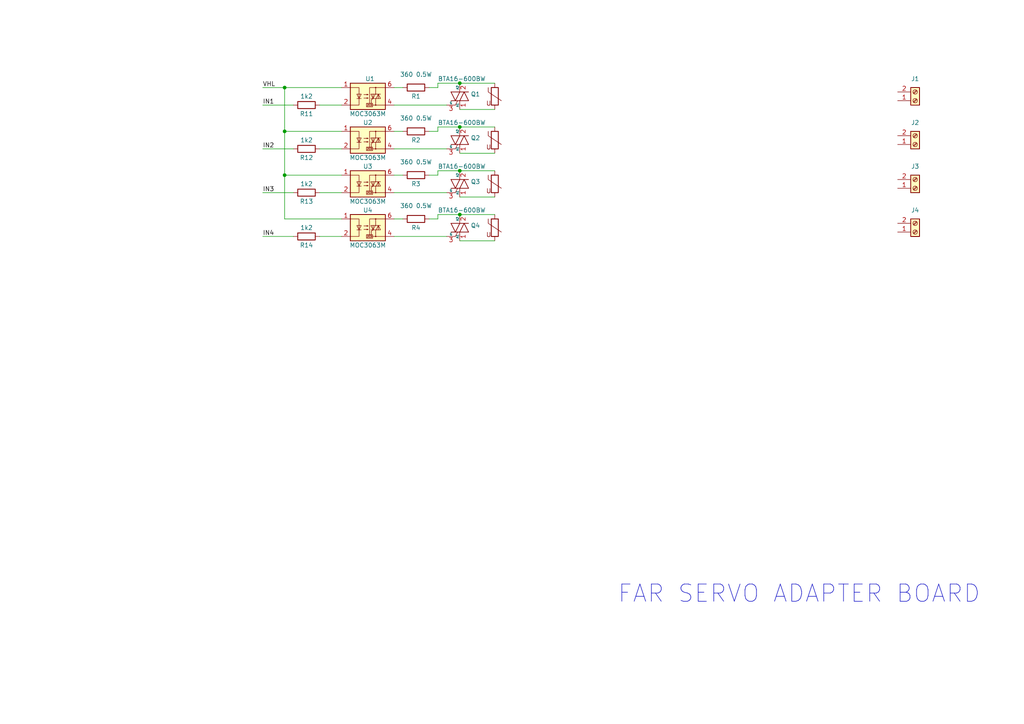
<source format=kicad_sch>
(kicad_sch (version 20230121) (generator eeschema)
  (paper "A4")
  (lib_symbols
    (symbol "Connector:Screw_Terminal_01x02" (pin_names (offset 1.016) hide)
      (property "Reference" "J" (at 0 2.54 0))
      (property "Value" "Screw_Terminal_01x02" (at 0 -5.08 0))
      (symbol "Screw_Terminal_01x02_1_1"
        (rectangle (start -1.27 1.27) (end 1.27 -3.81) (stroke (width 0.254)) (fill (type background)))
        (circle (center 0 -2.54) (radius 0.635) (stroke (width 0.1524)))
        (polyline (pts (xy -0.5334 -2.2098) (xy 0.3302 -3.048)) (stroke (width 0.1524)))
        (polyline (pts (xy -0.5334 0.3302) (xy 0.3302 -0.508)) (stroke (width 0.1524)))
        (polyline (pts (xy -0.3556 -2.032) (xy 0.508 -2.8702)) (stroke (width 0.1524)))
        (polyline (pts (xy -0.3556 0.508) (xy 0.508 -0.3302)) (stroke (width 0.1524)))
        (circle (center 0 0) (radius 0.635) (stroke (width 0.1524)))
        (pin passive line (at -5.08 0 0) (length 3.81) (name "Pin_1") (number "1"))
        (pin passive line (at -5.08 -2.54 0) (length 3.81) (name "Pin_2") (number "2"))
      )
    )
    (symbol "Device:R" (pin_numbers hide) (pin_names (offset 0))
      (property "Reference" "R" (at 2.032 0 90))
      (property "Value" "R" (at 0 0 90))
      (symbol "R_0_1"
        (rectangle (start -1.016 -2.54) (end 1.016 2.54) (stroke (width 0.254)))
      )
      (symbol "R_1_1"
        (pin passive line (at 0 3.81 270) (length 1.27) (name "~") (number "1"))
        (pin passive line (at 0 -3.81 90) (length 1.27) (name "~") (number "2"))
      )
    )
    (symbol "Device:Varistor" (pin_numbers hide) (pin_names (offset 0))
      (property "Reference" "RV" (at 3.175 0 90))
      (property "Value" "Varistor" (at -3.175 0 90))
      (symbol "Varistor_0_0"
        (text "U" (at -1.778 -2.032 0) (effects (font (size 1.27 1.27))))
      )
      (symbol "Varistor_0_1"
        (rectangle (start -1.016 -2.54) (end 1.016 2.54) (stroke (width 0.254)))
        (polyline (pts (xy -1.905 2.54) (xy -1.905 1.27) (xy 1.905 -1.27)))
      )
      (symbol "Varistor_1_1"
        (pin passive line (at 0 3.81 270) (length 1.27) (name "~") (number "1"))
        (pin passive line (at 0 -3.81 90) (length 1.27) (name "~") (number "2"))
      )
    )
    (symbol "Relay_SolidState:MOC3063M"
      (property "Reference" "U" (at -5.08 5.08 0))
      (property "Value" "MOC3063M" (at 0 5.08 0))
      (symbol "MOC3063M_0_0"
        (rectangle (start -0.381 -2.032) (end 1.397 -3.048))
        (polyline (pts (xy 2.286 -2.54) (xy 1.397 -2.54)))
        (polyline (pts (xy 1.524 -0.635) (xy 1.016 -1.016) (xy 1.016 -2.032)))
        (text "ZCD" (at 0.508 -2.54 0) (effects (font (size 0.508 0.508))))
      )
      (symbol "MOC3063M_0_1"
        (rectangle (start -5.08 3.81) (end 5.08 -3.81) (stroke (width 0.254)) (fill (type background)))
        (polyline (pts (xy -3.175 -0.635) (xy -1.905 -0.635)))
        (polyline (pts (xy 1.524 -0.635) (xy 1.524 0.635)))
        (polyline (pts (xy 3.048 0.635) (xy 3.048 -0.635)))
        (polyline (pts (xy 2.286 -0.635) (xy 2.286 -2.54) (xy 5.08 -2.54)))
        (polyline (pts (xy 2.286 0.635) (xy 2.286 2.54) (xy 5.08 2.54)))
        (polyline (pts (xy 2.286 2.54) (xy 0.508 2.54) (xy 0.508 -2.032)))
        (polyline (pts (xy -5.08 2.54) (xy -2.54 2.54) (xy -2.54 -2.54) (xy -5.08 -2.54)))
        (polyline (pts (xy -2.54 -0.635) (xy -3.175 0.635) (xy -1.905 0.635) (xy -2.54 -0.635)))
        (polyline (pts (xy 0.889 -0.635) (xy 3.683 -0.635) (xy 3.048 0.635) (xy 2.413 -0.635)))
        (polyline (pts (xy 3.683 0.635) (xy 0.889 0.635) (xy 1.524 -0.635) (xy 2.159 0.635)))
        (polyline (pts (xy -1.143 -0.508) (xy 0.127 -0.508) (xy -0.254 -0.635) (xy -0.254 -0.381) (xy 0.127 -0.508)))
        (polyline (pts (xy -1.143 0.508) (xy 0.127 0.508) (xy -0.254 0.381) (xy -0.254 0.635) (xy 0.127 0.508)))
        (circle (center 2.286 -2.54) (radius 0.127))
        (circle (center 2.286 2.54) (radius 0.127))
      )
      (symbol "MOC3063M_1_1"
        (pin passive line (at -7.62 2.54 0) (length 2.54) (name "~") (number "1"))
        (pin passive line (at -7.62 -2.54 0) (length 2.54) (name "~") (number "2"))
        (pin no_connect line (at -5.08 0 0) (length 2.54) hide (name "NC") (number "3"))
        (pin passive line (at 7.62 -2.54 180) (length 2.54) (name "~") (number "4"))
        (pin no_connect line (at 5.08 0 180) (length 2.54) hide (name "NC") (number "5"))
        (pin passive line (at 7.62 2.54 180) (length 2.54) (name "~") (number "6"))
      )
    )
    (symbol "Triac_Thyristor:BTA16-600BW" (pin_names (offset 0))
      (property "Reference" "Q" (at 5.08 1.905 0))
      (property "Value" "BTA16-600BW" (at 5.08 0 0))
      (symbol "BTA16-600BW_0_1"
        (polyline (pts (xy -2.54 -1.27) (xy 2.54 -1.27)) (stroke (width 0.2032)))
        (polyline (pts (xy -2.54 1.27) (xy 2.54 1.27)) (stroke (width 0.2032)))
        (polyline (pts (xy -1.27 -2.54) (xy -0.635 -1.27)))
        (polyline (pts (xy -2.54 1.27) (xy -1.27 -1.27) (xy 0 1.27)) (stroke (width 0.2032)))
        (polyline (pts (xy 0 -1.27) (xy 1.27 1.27) (xy 2.54 -1.27)) (stroke (width 0.2032)))
      )
      (symbol "BTA16-600BW_1_1"
        (pin passive line (at 0 -3.81 90) (length 2.54) (name "A1") (number "1"))
        (pin passive line (at 0 3.81 270) (length 2.54) (name "A2") (number "2"))
        (pin input line (at -3.81 -2.54 0) (length 2.54) (name "G") (number "3"))
      )
    )
  )
  (junction (at 133.35 24.13))
  (junction (at 82.55 50.8))
  (junction (at 133.35 36.83))
  (junction (at 133.35 62.23))
  (junction (at 133.35 49.53))
  (junction (at 82.55 25.4))
  (junction (at 82.55 38.1))
  (wire (pts (xy 82.55 38.1) (xy 99.06 38.1)))
  (wire (pts (xy 127 49.53) (xy 133.35 49.53)))
  (wire (pts (xy 127 36.83) (xy 133.35 36.83)))
  (wire (pts (xy 92.71 55.88) (xy 99.06 55.88)))
  (wire (pts (xy 76.2 43.18) (xy 85.09 43.18)))
  (wire (pts (xy 76.2 25.4) (xy 82.55 25.4)))
  (wire (pts (xy 133.35 62.23) (xy 143.51 62.23)))
  (wire (pts (xy 124.46 25.4) (xy 127 25.4)))
  (wire (pts (xy 133.35 49.53) (xy 143.51 49.53)))
  (wire (pts (xy 92.71 43.18) (xy 99.06 43.18)))
  (wire (pts (xy 114.3 25.4) (xy 116.84 25.4)))
  (wire (pts (xy 133.35 44.45) (xy 143.51 44.45)))
  (wire (pts (xy 92.71 30.48) (xy 99.06 30.48)))
  (wire (pts (xy 92.71 68.58) (xy 99.06 68.58)))
  (wire (pts (xy 127 62.23) (xy 133.35 62.23)))
  (wire (pts (xy 82.55 50.8) (xy 99.06 50.8)))
  (wire (pts (xy 76.2 30.48) (xy 85.09 30.48)))
  (wire (pts (xy 133.35 69.85) (xy 143.51 69.85)))
  (wire (pts (xy 82.55 50.8) (xy 82.55 63.5)))
  (wire (pts (xy 133.35 36.83) (xy 143.51 36.83)))
  (wire (pts (xy 114.3 68.58) (xy 129.54 68.58)))
  (wire (pts (xy 82.55 63.5) (xy 99.06 63.5)))
  (wire (pts (xy 133.35 31.75) (xy 143.51 31.75)))
  (wire (pts (xy 114.3 30.48) (xy 129.54 30.48)))
  (wire (pts (xy 127 50.8) (xy 127 49.53)))
  (wire (pts (xy 127 25.4) (xy 127 24.13)))
  (wire (pts (xy 114.3 50.8) (xy 116.84 50.8)))
  (wire (pts (xy 133.35 57.15) (xy 143.51 57.15)))
  (wire (pts (xy 114.3 43.18) (xy 129.54 43.18)))
  (wire (pts (xy 82.55 25.4) (xy 99.06 25.4)))
  (wire (pts (xy 114.3 63.5) (xy 116.84 63.5)))
  (wire (pts (xy 76.2 55.88) (xy 85.09 55.88)))
  (wire (pts (xy 127 38.1) (xy 127 36.83)))
  (wire (pts (xy 124.46 50.8) (xy 127 50.8)))
  (wire (pts (xy 127 63.5) (xy 127 62.23)))
  (wire (pts (xy 124.46 38.1) (xy 127 38.1)))
  (wire (pts (xy 124.46 63.5) (xy 127 63.5)))
  (wire (pts (xy 114.3 55.88) (xy 129.54 55.88)))
  (wire (pts (xy 127 24.13) (xy 133.35 24.13)))
  (wire (pts (xy 114.3 38.1) (xy 116.84 38.1)))
  (wire (pts (xy 82.55 25.4) (xy 82.55 38.1)))
  (wire (pts (xy 133.35 24.13) (xy 143.51 24.13)))
  (wire (pts (xy 76.2 68.58) (xy 85.09 68.58)))
  (wire (pts (xy 82.55 38.1) (xy 82.55 50.8)))
  (text "FAR SERVO ADAPTER BOARD" (at 179.07 175.26 0) (effects (font (size 5 5)) (justify left bottom)))
  (label "IN2" (at 76.2 43.18 0))
  (label "IN1" (at 76.2 30.48 0))
  (label "IN3" (at 76.2 55.88 0))
  (label "VHL" (at 76.2 25.4 0))
  (label "IN4" (at 76.2 68.58 0))
  (symbol (lib_id "Relay_SolidState:MOC3063M") (at 106.68 27.94 0) (unit 1)
    (property "Reference" "U1" (at 107.315 22.86 0))
    (property "Value" "MOC3063M" (at 106.68 33.02 0))
    (property "Footprint" "Package_DIP:DIP-6_W7.62mm" (effects hide))
    (property "Datasheet" "https://www.onsemi.com/pub/Collateral/MOC3163M-D.pdf" (effects hide))
  )
  (symbol (lib_id "Device:R") (at 88.9 30.48 90) (unit 1)
    (property "Reference" "R11" (at 88.9 33.02 90))
    (property "Value" "1k2" (at 88.9 27.94 90))
    (property "Footprint" "Resistor_THT:R_Axial_DIN0207_L6.3mm_D2.5mm_P10.16mm_Horizontal" (effects hide))
  )
  (symbol (lib_id "Connector:Screw_Terminal_01x02") (at 265.43 29.21 0) (mirror x) (unit 1)
    (property "Reference" "J1" (at 265.43 22.86 0))
    (property "Value" "Screw_Terminal_01x02" (effects hide))
    (property "Footprint" "TerminalBlock_Phoenix:TerminalBlock_Phoenix_MKDS-1,5-2_1x02_P5.00mm_Horizontal" (effects hide))
  )
  (symbol (lib_id "Device:R") (at 120.65 50.8 90) (unit 1)
    (property "Reference" "R3" (at 120.65 53.34 90))
    (property "Value" "360 0.5W" (at 120.65 46.99 90))
    (property "Footprint" "Resistor_THT:R_Axial_DIN0309_L9.0mm_D3.2mm_P20.32mm_Horizontal" (effects hide))
  )
  (symbol (lib_id "Connector:Screw_Terminal_01x02") (at 265.43 41.91 0) (mirror x) (unit 1)
    (property "Reference" "J2" (at 265.43 35.56 0))
    (property "Value" "Screw_Terminal_01x02" (effects hide))
    (property "Footprint" "TerminalBlock_Phoenix:TerminalBlock_Phoenix_MKDS-1,5-2_1x02_P5.00mm_Horizontal" (effects hide))
  )
  (symbol (lib_id "Triac_Thyristor:BTA16-600BW") (at 133.35 66.04 0) (unit 1)
    (property "Reference" "Q4" (at 136.525 65.405 0) (effects (justify left)))
    (property "Value" "BTA16-600BW" (at 127 60.96 0) (effects (justify left)))
    (property "Footprint" "triac-board:TO-220-3_Vertical_Staggered" (effects hide))
    (property "Datasheet" "https://www.st.com/resource/en/datasheet/bta16.pdf" (effects hide))
  )
  (symbol (lib_id "Device:R") (at 120.65 63.5 90) (unit 1)
    (property "Reference" "R4" (at 120.65 66.04 90))
    (property "Value" "360 0.5W" (at 120.65 59.69 90))
    (property "Footprint" "Resistor_THT:R_Axial_DIN0309_L9.0mm_D3.2mm_P20.32mm_Horizontal" (effects hide))
  )
  (symbol (lib_id "Device:R") (at 88.9 55.88 90) (unit 1)
    (property "Reference" "R13" (at 88.9 58.42 90))
    (property "Value" "1k2" (at 88.9 53.34 90))
    (property "Footprint" "Resistor_THT:R_Axial_DIN0207_L6.3mm_D2.5mm_P10.16mm_Horizontal" (effects hide))
  )
  (symbol (lib_id "Connector:Screw_Terminal_01x02") (at 265.43 54.61 0) (mirror x) (unit 1)
    (property "Reference" "J3" (at 265.43 48.26 0))
    (property "Value" "Screw_Terminal_01x02" (effects hide))
    (property "Footprint" "TerminalBlock_Phoenix:TerminalBlock_Phoenix_MKDS-1,5-2_1x02_P5.00mm_Horizontal" (effects hide))
  )
  (symbol (lib_id "Relay_SolidState:MOC3063M") (at 106.68 40.64 0) (unit 1)
    (property "Reference" "U2" (at 106.68 35.56 0))
    (property "Value" "MOC3063M" (at 106.68 45.72 0))
    (property "Footprint" "Package_DIP:DIP-6_W7.62mm" (effects hide))
    (property "Datasheet" "https://www.onsemi.com/pub/Collateral/MOC3163M-D.pdf" (effects hide))
  )
  (symbol (lib_id "Device:R") (at 88.9 68.58 90) (unit 1)
    (property "Reference" "R14" (at 88.9 71.12 90))
    (property "Value" "1k2" (at 88.9 66.04 90))
    (property "Footprint" "Resistor_THT:R_Axial_DIN0207_L6.3mm_D2.5mm_P10.16mm_Horizontal" (effects hide))
  )
  (symbol (lib_id "Device:Varistor") (at 143.51 27.94 0) (unit 1)
    (property "Reference" "RV1" (effects hide))
    (property "Value" "275V" (effects hide))
    (property "Footprint" "Varistor:RV_Disc_D9mm_W4.2mm_P5mm" (effects hide))
  )
  (symbol (lib_id "Device:R") (at 120.65 38.1 90) (unit 1)
    (property "Reference" "R2" (at 120.65 40.64 90))
    (property "Value" "360 0.5W" (at 120.65 34.29 90))
    (property "Footprint" "Resistor_THT:R_Axial_DIN0309_L9.0mm_D3.2mm_P20.32mm_Horizontal" (effects hide))
  )
  (symbol (lib_id "Device:Varistor") (at 143.51 53.34 0) (unit 1)
    (property "Reference" "RV3" (effects hide))
    (property "Value" "275V" (effects hide))
    (property "Footprint" "Varistor:RV_Disc_D9mm_W4.2mm_P5mm" (effects hide))
  )
  (symbol (lib_id "Connector:Screw_Terminal_01x02") (at 265.43 67.31 0) (mirror x) (unit 1)
    (property "Reference" "J4" (at 265.43 60.96 0))
    (property "Value" "Screw_Terminal_01x02" (effects hide))
    (property "Footprint" "TerminalBlock_Phoenix:TerminalBlock_Phoenix_MKDS-1,5-2_1x02_P5.00mm_Horizontal" (effects hide))
  )
  (symbol (lib_id "Triac_Thyristor:BTA16-600BW") (at 133.35 40.64 0) (unit 1)
    (property "Reference" "Q2" (at 136.525 40.005 0) (effects (justify left)))
    (property "Value" "BTA16-600BW" (at 127 35.56 0) (effects (justify left)))
    (property "Footprint" "triac-board:TO-220-3_Vertical_Staggered" (effects hide))
    (property "Datasheet" "https://www.st.com/resource/en/datasheet/bta16.pdf" (effects hide))
  )
  (symbol (lib_id "Device:R") (at 120.65 25.4 90) (unit 1)
    (property "Reference" "R1" (at 120.65 27.94 90))
    (property "Value" "360 0.5W" (at 120.65 21.59 90))
    (property "Footprint" "Resistor_THT:R_Axial_DIN0309_L9.0mm_D3.2mm_P20.32mm_Horizontal" (effects hide))
  )
  (symbol (lib_id "Triac_Thyristor:BTA16-600BW") (at 133.35 27.94 0) (unit 1)
    (property "Reference" "Q1" (at 136.525 27.305 0) (effects (justify left)))
    (property "Value" "BTA16-600BW" (at 127 22.86 0) (effects (justify left)))
    (property "Footprint" "triac-board:TO-220-3_Vertical_Staggered" (effects hide))
    (property "Datasheet" "https://www.st.com/resource/en/datasheet/bta16.pdf" (effects hide))
  )
  (symbol (lib_id "Device:R") (at 88.9 43.18 90) (unit 1)
    (property "Reference" "R12" (at 88.9 45.72 90))
    (property "Value" "1k2" (at 88.9 40.64 90))
    (property "Footprint" "Resistor_THT:R_Axial_DIN0207_L6.3mm_D2.5mm_P10.16mm_Horizontal" (effects hide))
  )
  (symbol (lib_id "Relay_SolidState:MOC3063M") (at 106.68 53.34 0) (unit 1)
    (property "Reference" "U3" (at 106.68 48.26 0))
    (property "Value" "MOC3063M" (at 106.68 58.42 0))
    (property "Footprint" "Package_DIP:DIP-6_W7.62mm" (effects hide))
    (property "Datasheet" "https://www.onsemi.com/pub/Collateral/MOC3163M-D.pdf" (effects hide))
  )
  (symbol (lib_id "Device:Varistor") (at 143.51 66.04 0) (unit 1)
    (property "Reference" "RV4" (effects hide))
    (property "Value" "275V" (effects hide))
    (property "Footprint" "Varistor:RV_Disc_D9mm_W4.2mm_P5mm" (effects hide))
  )
  (symbol (lib_id "Device:Varistor") (at 143.51 40.64 0) (unit 1)
    (property "Reference" "RV2" (effects hide))
    (property "Value" "275V" (effects hide))
    (property "Footprint" "Varistor:RV_Disc_D9mm_W4.2mm_P5mm" (effects hide))
  )
  (symbol (lib_id "Triac_Thyristor:BTA16-600BW") (at 133.35 53.34 0) (unit 1)
    (property "Reference" "Q3" (at 136.525 52.705 0) (effects (justify left)))
    (property "Value" "BTA16-600BW" (at 127 48.26 0) (effects (justify left)))
    (property "Footprint" "triac-board:TO-220-3_Vertical_Staggered" (effects hide))
    (property "Datasheet" "https://www.st.com/resource/en/datasheet/bta16.pdf" (effects hide))
  )
  (symbol (lib_id "Relay_SolidState:MOC3063M") (at 106.68 66.04 0) (unit 1)
    (property "Reference" "U4" (at 106.68 60.96 0))
    (property "Value" "MOC3063M" (at 106.68 71.12 0))
    (property "Footprint" "Package_DIP:DIP-6_W7.62mm" (effects hide))
    (property "Datasheet" "https://www.onsemi.com/pub/Collateral/MOC3163M-D.pdf" (effects hide))
  )
)
</source>
